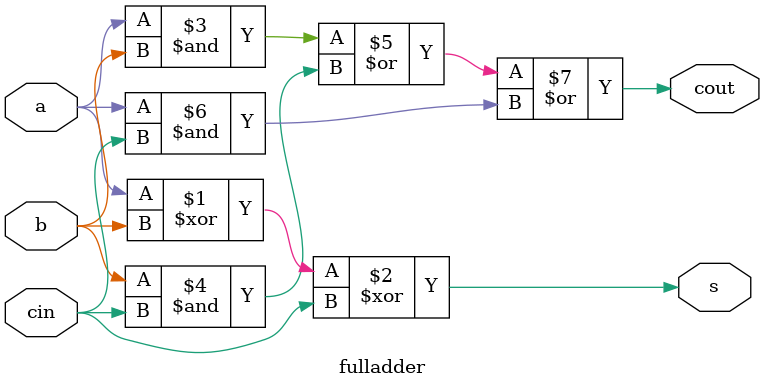
<source format=v>
`timescale 1ns / 1ps


/*module wallace(

    );
endmodule
*/

//`include "csa.v"
//`include "cla32.v"
//`include "ff.v"
module wallace(A,B,R,carry,clk);
input [31:0]A,B;
input clk;
wire [63:0]U[63:0];
wire [63:0]V[63:0];
output [63:0]R;
output carry;
wire [63:0]P[63:0];
wire [63:0]q[63:0];
wire [63:0]q1[63:0];
wire [63:0]p1[63:0];


assign P[0]=B[0]?{32'b000,A}:64'h0000;
assign P[1]=B[1]?{32'b000,A}<<1:64'h0000;
assign P[2]=B[2]?{32'b000,A}<<2:64'h0000;
assign P[3]=B[3]?{32'b000,A}<<3:64'h0000;
assign P[4]=B[4]?{32'b000,A}<<4:64'h0000;
assign P[5]=B[5]?{32'b000,A}<<5:64'h0000;
assign P[6]=B[6]?{32'b000,A}<<6:64'h0000;
assign P[7]=B[7]?{32'b000,A}<<7:64'h0000;

assign P[8]=B[8]?{32'b000,A}<<8:64'h0000;
assign P[9]=B[9]?{32'b000,A}<<9:64'h0000;
assign P[10]=B[10]?{32'b000,A}<<10:64'h0000;
assign P[11]=B[11]?{32'b000,A}<<11:64'h0000;
assign P[12]=B[12]?{32'b000,A}<<12:64'h0000;
assign P[13]=B[13]?{32'b000,A}<<13:64'h0000;
assign P[14]=B[14]?{32'b000,A}<<14:64'h0000;
assign P[15]=B[15]?{32'b000,A}<<15:64'h0000;

assign P[16]=B[16]?{32'b000,A}<<16:64'h0000;
assign P[17]=B[17]?{32'b000,A}<<17:64'h0000;
assign P[18]=B[18]?{32'b000,A}<<18:64'h0000;
assign P[19]=B[19]?{32'b000,A}<<19:64'h0000;
assign P[20]=B[20]?{32'b000,A}<<20:64'h0000;
assign P[21]=B[21]?{32'b000,A}<<21:64'h0000;
assign P[22]=B[22]?{32'b000,A}<<22:64'h0000;
assign P[23]=B[23]?{32'b000,A}<<23:64'h0000;

assign P[24]=B[24]?{32'b000,A}<<24:64'h0000;
assign P[25]=B[25]?{32'b000,A}<<25:64'h0000;
assign P[26]=B[26]?{32'b000,A}<<26:64'h0000;
assign P[27]=B[27]?{32'b000,A}<<27:64'h0000;
assign P[28]=B[28]?{32'b000,A}<<28:64'h0000;
assign P[29]=B[29]?{32'b000,A}<<29:64'h0000;
assign P[30]=B[30]?{32'b000,A}<<30:64'h0000;
assign P[31]=B[31]?{32'b000,A}<<31:64'h0000;

//1ssst
csaveadder c1(P[0],P[1],P[2],U[0],V[0]);
d_ff f0 ( U[0],V[0], clk, q[0],q1[0]);

csaveadder c2(P[3],P[4],P[5],U[1],V[1]);
d_ff f1 ( U[1],V[1], clk, q[1],q1[1]);

csaveadder c3(P[6],P[7],P[8],U[2],V[2]);
d_ff f2 ( U[2],V[2], clk, q[2],q1[2]);

csaveadder c4(P[9],P[10],P[11],U[3],V[3]);
d_ff f3 ( U[3],V[3], clk, q[3],q1[3]);

csaveadder c5(P[12],P[13],P[14],U[4],V[4]);
d_ff f4 ( U[4],V[4], clk, q[4],q1[4]);

csaveadder c6(P[15],P[16],P[17],U[5],V[5]);
d_ff f5 ( U[5],V[5], clk, q[5],q1[5]);

csaveadder c7(P[18],P[19],P[20],U[6],V[6]);
d_ff f6 ( U[6],V[6], clk, q[6],q1[6]);

csaveadder c8(P[21],P[22],P[23],U[7],V[7]);
d_ff f7 ( U[7],V[7], clk, q[7],q1[7]);

csaveadder c9(P[24],P[25],P[26],U[8],V[8]);
d_ff f8 ( U[8],V[8], clk, q[8],q1[8]);

csaveadder c10(P[27],P[28],P[29],U[9],V[9]);
d_ff f9 ( U[9],V[9], clk, q[9],q1[9]);

d_ff f10( P[30],P[31],clk,p1[1],p1[2]);
//

//2ndd
csaveadder c11(q[0],q1[0],q[1],U[10],V[10]);
d_ff f11 ( U[10],V[10], clk, q[10],q1[10]);
 
csaveadder c12(q1[1],q[2],q1[2],U[11],V[11]);
d_ff f12 ( U[11],V[11], clk, q[11],q1[11]);

csaveadder c13(q[3],q1[3],q[4],U[12],V[12]);
d_ff f13 ( U[12],V[12], clk, q[12],q1[12]);

csaveadder c14(q1[4],q[5],q1[5],U[13],V[13]);
d_ff f14 ( U[13],V[13], clk, q[13],q1[13]);

csaveadder c15(q[6],q1[6],q[7],U[14],V[14]);
d_ff f15 ( U[14],V[14], clk, q[14],q1[14]);

csaveadder c16(q1[7],q[8],q1[8],U[15],V[15]);
d_ff f16 ( U[15],V[15], clk, q[15],q1[15]);

csaveadder c17(q[9],q1[9],p1[1],U[16],V[16]);
d_ff f17 ( U[16],V[16], clk, q[16],q1[16]);

d_ff f18 ( p1[2],p1[2],clk,p1[3],p1[4]);//p1[3]=p1[4]
//


//3rdd
csaveadder c18(q[10],q1[10],q[11],U[17],V[17]);
d_ff f19 ( U[17],V[17], clk, q[17],q1[17]);

csaveadder c19(q1[11],q[12],q1[12],U[18],V[18]);
d_ff f20 ( U[18],V[18], clk, q[18],q1[18]);

csaveadder c20(q[13],q1[13],q[14],U[19],V[19]);
d_ff f21 ( U[19],V[19], clk, q[19],q1[19]);

csaveadder c21(q1[14],q[15],q1[15],U[20],V[20]);
d_ff f22 ( U[20],V[20], clk, q[20],q1[20]);

csaveadder c22(q[16],q1[16],p1[4],U[21],V[21]);//p1[3]=p[31]
d_ff f23 ( U[21],V[21], clk, q[21],q1[21]);

d_ff f24 ( V[21],V[21], clk, p1[5],p1[6]);
//


//4th
csaveadder c23(q[17],q1[17],q[18],U[22],V[22]);
d_ff f25 ( U[22],V[22], clk, q[22],q1[22]);

csaveadder c24(q1[18],q[19],q1[19],U[23],V[23]);
d_ff f26 ( U[23],V[23], clk, q[23],q1[23]);

csaveadder c25(q[20],q1[20],q[21],U[24],V[24]);
d_ff f27 ( U[24],V[24], clk, q[24],q1[24]);

d_ff f28 ( p1[5],p1[6], clk, p1[7],p1[8]);
//


//5thhh

csaveadder c26(q[22],q1[22],q[23],U[25],V[25]);
d_ff f29 ( U[25],V[25], clk, q[25],q1[25]);

csaveadder c27(q1[23],q[24],q1[24],U[26],V[26]);
d_ff f30 ( U[26],V[26], clk, q[26],q1[26]);

d_ff f31 ( p1[7],p1[8], clk, p1[9],p1[10]);
//


//6thh
csaveadder c28(q[25],q1[25],q[26],U[27],V[27]);
d_ff f32 ( U[27],V[27], clk, q[27],q1[27]);

d_ff f33 ( p1[9],p1[10], clk, p1[11],p1[12]);
//


//7thh
csaveadder c29(q1[26],q[27],q1[27],U[28],V[28]);
d_ff f34 ( U[28],V[28], clk, q[28],q1[28]);

d_ff f35 ( p1[11],p1[12], clk, p1[13],p1[14]);

//


//8thh
csaveadder c30(q[28],q1[28],p1[13],U[29],V[29]);
d_ff f36 ( U[29],V[29], clk, q[29],q1[29]);

//
//rca_64bit q0(q[29],q1[29],0,R,carry);
cla32 c000(carry,R,q[29],q1[29],0);
//cla32(cout,s,a,b,cin);
endmodule

//`include "fa.v"
module csaveadder(X,Y,Z,U,V);
input [63:0]X;
input [63:0]Y;
input [63:0]Z;
output [63:0]U;
output [63:0]V;
wire temp;

assign V[0]=0;

fulladder fa0(X[0],Y[0],Z[0],U[0],V[1]);
fulladder fa1(X[1],Y[1],Z[1],U[1],V[2]);
fulladder fa2(X[2],Y[2],Z[2],U[2],V[3]);
fulladder fa3(X[3],Y[3],Z[3],U[3],V[4]);
fulladder fa4(X[4],Y[4],Z[4],U[4],V[5]);
fulladder fa5(X[5],Y[5],Z[5],U[5],V[6]);
fulladder fa6(X[6],Y[6],Z[6],U[6],V[7]);
fulladder fa7(X[7],Y[7],Z[7],U[7],V[8]);
fulladder fa8(X[8],Y[8],Z[8],U[8],V[9]);
fulladder fa9(X[9],Y[9],Z[9],U[9],V[10]);
fulladder fa10(X[10],Y[10],Z[10],U[10],V[11]);
fulladder fa11(X[11],Y[11],Z[11],U[11],V[12]);
fulladder fa12(X[12],Y[12],Z[12],U[12],V[13]);
fulladder fa13(X[13],Y[13],Z[13],U[13],V[14]);
fulladder fa14(X[14],Y[14],Z[14],U[14],V[15]);
fulladder fa15(X[15],Y[15],Z[15],U[15],V[16]);
fulladder fa16(X[16],Y[16],Z[16],U[16],V[17]);
fulladder fa17(X[17],Y[17],Z[17],U[17],V[18]);
fulladder fa18(X[18],Y[18],Z[18],U[18],V[19]);
fulladder fa19(X[19],Y[19],Z[19],U[19],V[20]);
fulladder fa20(X[20],Y[20],Z[20],U[20],V[21]);
fulladder fa21(X[21],Y[21],Z[21],U[21],V[22]);
fulladder fa22(X[22],Y[22],Z[22],U[22],V[23]);
fulladder fa23(X[23],Y[23],Z[23],U[23],V[24]);
fulladder fa24(X[24],Y[24],Z[24],U[24],V[25]);
fulladder fa25(X[25],Y[25],Z[25],U[25],V[26]);
fulladder fa26(X[26],Y[26],Z[26],U[26],V[27]);
fulladder fa27(X[27],Y[27],Z[27],U[27],V[28]);
fulladder fa28(X[28],Y[28],Z[28],U[28],V[29]);
fulladder fa29(X[29],Y[29],Z[29],U[29],V[30]);
fulladder fa30(X[30],Y[30],Z[30],U[30],V[31]);
fulladder fa31(X[31],Y[31],Z[31],U[31],V[32]);
fulladder fa32(X[32],Y[32],Z[32],U[32],V[33]);
fulladder fa33(X[33],Y[33],Z[33],U[33],V[34]);
fulladder fa34(X[34],Y[34],Z[34],U[34],V[35]);
fulladder fa35(X[35],Y[35],Z[35],U[35],V[36]);
fulladder fa36(X[36],Y[36],Z[36],U[36],V[37]);
fulladder fa37(X[37],Y[37],Z[37],U[37],V[38]);
fulladder fa38(X[38],Y[38],Z[38],U[38],V[39]);
fulladder fa39(X[39],Y[39],Z[39],U[39],V[40]);
fulladder fa40(X[40],Y[40],Z[40],U[40],V[41]);
fulladder fa41(X[41],Y[41],Z[41],U[41],V[42]);
fulladder fa42(X[42],Y[42],Z[42],U[42],V[43]);
fulladder fa43(X[43],Y[43],Z[43],U[43],V[44]);
fulladder fa44(X[44],Y[44],Z[44],U[44],V[45]);
fulladder fa45(X[45],Y[45],Z[45],U[45],V[46]);
fulladder fa46(X[46],Y[46],Z[46],U[46],V[47]);
fulladder fa47(X[47],Y[47],Z[47],U[47],V[48]);
fulladder fa48(X[48],Y[48],Z[48],U[48],V[49]);
fulladder fa49(X[49],Y[49],Z[49],U[49],V[50]);
fulladder fa50(X[50],Y[50],Z[50],U[50],V[51]);
fulladder fa51(X[51],Y[51],Z[51],U[51],V[52]);
fulladder fa52(X[52],Y[52],Z[52],U[52],V[53]);
fulladder fa53(X[53],Y[53],Z[53],U[53],V[54]);
fulladder fa54(X[54],Y[54],Z[54],U[54],V[55]);
fulladder fa55(X[55],Y[55],Z[55],U[55],V[56]);
fulladder fa56(X[56],Y[56],Z[56],U[56],V[57]);
fulladder fa57(X[57],Y[57],Z[57],U[57],V[58]);
fulladder fa58(X[58],Y[58],Z[58],U[58],V[59]);
fulladder fa59(X[59],Y[59],Z[59],U[59],V[60]);
fulladder fa60(X[60],Y[60],Z[60],U[60],V[61]);
fulladder fa61(X[61],Y[61],Z[61],U[61],V[62]);
fulladder fa62(X[62],Y[62],Z[62],U[62],V[63]);
fulladder fa63(X[63],Y[63],Z[63],U[63],temp);

endmodule


module cla32(cout,s,a,b,cin);
output [63:0]s;
output cout;
input [63:0]a,b;
//input clk;
input cin;
wire [63:0]g,p,c,s;
//wire cin1,cout;
//wire [31:0]q,b,c,q3;

assign g=a&b;
assign p=a^b;

//d_ff faa(a[0],b[0],cin,clk,q[0],b[0],cin1);
assign c[0]=g[0]|(p[0]&cin);
//d_ff f0(a[0],b[0],c[0],clk,q[0],b[0],c[0]);


assign c[1]=g[1]|(p[1]&(g[0]|(p[0]&cin)));
//d_ff f1(a[1],b[1],c[1],clk,q[1],b[1],c[1]);

assign c[2]=g[2]|(p[2]&(g[1]|(p[1]&(g[0]|(p[0]&cin)))));
//d_ff f2(a[2],b[2],c[2],clk,q[2],b[2],c[2]);

assign c[3]=g[3]|(p[3]&(g[2]|(p[2]&(g[1]|(p[1]&(g[0]|(p[0]&cin)))))));
//d_ff f3(a[3],b[3],c[3],clk,q[3],b[3],c[3]);

assign c[4]=g[4]|(p[4]&(g[3]|(p[3]&(g[2]|(p[2]&(g[1]|(p[1]&(g[0]|(p[0]&cin)))))))));
//d_ff f4(a[4],b[4],c[4],clk,q[4],b[4],c[4]);

assign c[5]=g[5]|(p[5]&(g[4]|(p[4]&(g[3]|(p[3]&(g[2]|(p[2]&(g[1]|(p[1]&(g[0]|(p[0]&cin)))))))))));
//d_ff f5(a[5],b[5],c[5],clk,q[5],b[5],c[5]);

assign c[6]=g[6]|(p[6]&(g[5]|(p[5]&(g[4]|(p[4]&(g[3]|(p[3]&(g[2]|(p[2]&(g[1]|(p[1]&(g[0]|(p[0]&cin)))))))))))));
//d_ff f6(a[6],b[6],c[6],clk,q[6],b[6],c[6]);

assign c[7]=g[7]|(p[7]&(g[6]|(p[6]&(g[5]|(p[5]&(g[4]|(p[4]&(g[3]|(p[3]&(g[2]|(p[2]&(g[1]|(p[1]&(g[0]|(p[0]&cin)))))))))))))));
//d_ff f7(a[7],b[7],c[7],clk,q[7],b[7],c[7]);

assign c[8]=g[8]|(p[8]&(g[7]|(p[7]&(g[6]|(p[6]&(g[5]|(p[5]&(g[4]|(p[4]&(g[3]|(p[3]&(g[2]|(p[2]&(g[1]|(p[1]&(g[0]|(p[0]&cin)))))))))))))))));
//d_ff f8(a[8],b[8],c[8],clk,q[8],b[8],c[8]);

assign c[9]=g[9]|(p[9]&(g[8]|(p[8]&(g[7]|(p[7]&(g[6]|(p[6]&(g[5]|(p[5]&(g[4]|(p[4]&(g[3]|(p[3]&(g[2]|(p[2]&(g[1]|(p[1]&(g[0]|(p[0]&cin)))))))))))))))))));
//d_ff f9(a[9],b[9],c[9],clk,q[9],b[9],c[9]);

assign c[10]=g[10]|(p[10]&(g[9]|(p[9]&(g[8]|(p[8]&(g[7]|(p[7]&(g[6]|(p[6]&(g[5]|(p[5]&(g[4]|(p[4]&(g[3]|(p[3]&(g[2]|(p[2]&(g[1]|(p[1]&(g[0]|(p[0]&cin)))))))))))))))))))));
//d_ff f10(a[10],b[10],c[10],clk,q[10],b[10],c[10]);

assign c[11]=g[11]|(p[11]&(g[10]|(p[10]&(g[9]|(p[9]&(g[8]|(p[8]&(g[7]|(p[7]&(g[6]|(p[6]&(g[5]|(p[5]&(g[4]|(p[4]&(g[3]|(p[3]&(g[2]|(p[2]&(g[1]|(p[1]&(g[0]|(p[0]&cin)))))))))))))))))))))));
//d_ff f11(a[11],b[11],c[11],clk,q[11],b[11],c[11]);

assign c[12]=g[12]|(p[12]&(g[11]|(p[11]&(g[10]|(p[10]&(g[9]|(p[9]&(g[8]|(p[8]&(g[7]|(p[7]&(g[6]|(p[6]&(g[5]|(p[5]&(g[4]|(p[4]&(g[3]|(p[3]&(g[2]|(p[2]&(g[1]|(p[1]&(g[0]|(p[0]&cin)))))))))))))))))))))))));
//d_ff f12(a[12],b[12],c[12],clk,q[12],b[12],c[12]);

assign c[13]=g[13]|(p[13]&(g[12]|(p[12]&(g[11]|(p[11]&(g[10]|(p[10]&(g[9]|(p[9]&(g[8]|(p[8]&(g[7]|(p[7]&(g[6]|(p[6]&(g[5]|(p[5]&(g[4]|(p[4]&(g[3]|(p[3]&(g[2]|(p[2]&(g[1]|(p[1]&(g[0]|(p[0]&cin)))))))))))))))))))))))))));
//d_ff f13(a[13],b[13],c[13],clk,q[13],b[13],c[13]);

assign c[14]=g[14]|(p[14]&(g[13]|(p[13]&(g[12]|(p[12]&(g[11]|(p[11]&(g[10]|(p[10]&(g[9]|(p[9]&(g[8]|(p[8]&(g[7]|(p[7]&(g[6]|(p[6]&(g[5]|(p[5]&(g[4]|(p[4]&(g[3]|(p[3]&(g[2]|(p[2]&(g[1]|(p[1]&(g[0]|(p[0]&cin)))))))))))))))))))))))))))));
//d_ff f14(a[14],b[14],c[14],clk,q[14],b[14],c[14]);

assign c[15]=g[15]|(p[15]&(g[14]|(p[14]&(g[13]|(p[13]&(g[12]|(p[12]&(g[11]|(p[11]&(g[10]|(p[10]&(g[9]|(p[9]&(g[8]|(p[8]&(g[7]|(p[7]&(g[6]|(p[6]&(g[5]|(p[5]&(g[4]|(p[4]&(g[3]|(p[3]&(g[2]|(p[2]&(g[1]|(p[1]&(g[0]|(p[0]&cin)))))))))))))))))))))))))))))));
//d_ff f15(a[15],b[15],c[15],clk,q[15],b[15],c[15]);

assign c[16]=g[16]|(p[16]&(g[15]|(p[15]&(g[14]|(p[14]&(g[13]|(p[13]&(g[12]|(p[12]&(g[11]|(p[11]&(g[10]|(p[10]&(g[9]|(p[9]&(g[8]|(p[8]&(g[7]|(p[7]&(g[6]|(p[6]&(g[5]|(p[5]&(g[4]|(p[4]&(g[3]|(p[3]&(g[2]|(p[2]&(g[1]|(p[1]&(g[0]|(p[0]&cin)))))))))))))))))))))))))))))))));
//d_ff f16(a[16],b[16],c[16],clk,q[16],b[16],c[16]);

assign c[17]=g[17]|(p[17]&(g[16]|(p[16]&(g[15]|(p[15]&(g[14]|(p[14]&(g[13]|(p[13]&(g[12]|(p[12]&(g[11]|(p[11]&(g[10]|(p[10]&(g[9]|(p[9]&(g[8]|(p[8]&(g[7]|(p[7]&(g[6]|(p[6]&(g[5]|(p[5]&(g[4]|(p[4]&(g[3]|(p[3]&(g[2]|(p[2]&(g[1]|(p[1]&(g[0]|(p[0]&cin)))))))))))))))))))))))))))))))))));
//d_ff f17(a[17],b[17],c[17],clk,q[17],b[17],c[17]);

assign c[18]=g[18]|(p[18]&(g[17]|(p[17]&(g[16]|(p[16]&(g[15]|(p[15]&(g[14]|(p[14]&(g[13]|(p[13]&(g[12]|(p[12]&(g[11]|(p[11]&(g[10]|(p[10]&(g[9]|(p[9]&(g[8]|(p[8]&(g[7]|(p[7]&(g[6]|(p[6]&(g[5]|(p[5]&(g[4]|(p[4]&(g[3]|(p[3]&(g[2]|(p[2]&(g[1]|(p[1]&(g[0]|(p[0]&cin)))))))))))))))))))))))))))))))))))));
//d_ff f18(a[18],b[18],c[18],clk,q[18],b[18],c[18]);

assign c[19]=g[19]|(p[19]&g[18]|(p[18]&(g[17]|(p[17]&(g[16]|(p[16]&(g[15]|(p[15]&(g[14]|(p[14]&(g[13]|(p[13]&(g[12]|(p[12]&(g[11]|(p[11]&(g[10]|(p[10]&(g[9]|(p[9]&(g[8]|(p[8]&(g[7]|(p[7]&(g[6]|(p[6]&(g[5]|(p[5]&(g[4]|(p[4]&(g[3]|(p[3]&(g[2]|(p[2]&(g[1]|(p[1]&(g[0]|(p[0]&cin))))))))))))))))))))))))))))))))))))));
//d_ff f19(a[19],b[19],c[19],clk,q[19],b[19],c[19]);

assign c[20]=g[20]|(g[20]&(g[19]|(p[19]&g[18]|(p[18]&(g[17]|(p[17]&(g[16]|(p[16]&(g[15]|(p[15]&(g[14]|(p[14]&(g[13]|(p[13]&(g[12]|(p[12]&(g[11]|(p[11]&(g[10]|(p[10]&(g[9]|(p[9]&(g[8]|(p[8]&(g[7]|(p[7]&(g[6]|(p[6]&(g[5]|(p[5]&(g[4]|(p[4]&(g[3]|(p[3]&(g[2]|(p[2]&(g[1]|(p[1]&(g[0]|(p[0]&cin))))))))))))))))))))))))))))))))))))))));
//d_ff f20(a[20],b[20],c[20],clk,q[20],b[20],c[20]);

assign c[21]=g[21]|(p[21]&(g[20]|(g[20]&(g[19]|(p[19]&g[18]|(p[18]&(g[17]|(p[17]&(g[16]|(p[16]&(g[15]|(p[15]&(g[14]|(p[14]&(g[13]|(p[13]&(g[12]|(p[12]&(g[11]|(p[11]&(g[10]|(p[10]&(g[9]|(p[9]&(g[8]|(p[8]&(g[7]|(p[7]&(g[6]|(p[6]&(g[5]|(p[5]&(g[4]|(p[4]&(g[3]|(p[3]&(g[2]|(p[2]&(g[1]|(p[1]&(g[0]|(p[0]&cin))))))))))))))))))))))))))))))))))))))))));
//d_ff f21(a[21],b[21],c[21],clk,q[21],b[21],c[21]);

assign c[22]=g[22]|(p[22]&(g[21]|(p[21]&(g[20]|(g[20]&(g[19]|(p[19]&g[18]|(p[18]&(g[17]|(p[17]&(g[16]|(p[16]&(g[15]|(p[15]&(g[14]|(p[14]&(g[13]|(p[13]&(g[12]|(p[12]&(g[11]|(p[11]&(g[10]|(p[10]&(g[9]|(p[9]&(g[8]|(p[8]&(g[7]|(p[7]&(g[6]|(p[6]&(g[5]|(p[5]&(g[4]|(p[4]&(g[3]|(p[3]&(g[2]|(p[2]&(g[1]|(p[1]&(g[0]|(p[0]&cin))))))))))))))))))))))))))))))))))))))))))));
//d_ff f22(a[22],b[22],c[22],clk,q[22],b[22],c[22]);

assign c[23]=g[23]|(p[23]&(g[22]|(p[22]&(g[21]|(p[21]&(g[20]|(g[20]&(g[19]|(p[19]&g[18]|(p[18]&(g[17]|(p[17]&(g[16]|(p[16]&(g[15]|(p[15]&(g[14]|(p[14]&(g[13]|(p[13]&(g[12]|(p[12]&(g[11]|(p[11]&(g[10]|(p[10]&(g[9]|(p[9]&(g[8]|(p[8]&(g[7]|(p[7]&(g[6]|(p[6]&(g[5]|(p[5]&(g[4]|(p[4]&(g[3]|(p[3]&(g[2]|(p[2]&(g[1]|(p[1]&(g[0]|(p[0]&cin))))))))))))))))))))))))))))))))))))))))))))));
//d_ff f23(a[23],b[23],c[23],clk,q[23],b[23],c[23]);

assign c[24]=g[24]|(p[24]&(g[23]|(p[23]&(g[22]|(p[22]&(g[21]|(p[21]&(g[20]|(g[20]&(g[19]|(p[19]&g[18]|(p[18]&(g[17]|(p[17]&(g[16]|(p[16]&(g[15]|(p[15]&(g[14]|(p[14]&(g[13]|(p[13]&(g[12]|(p[12]&(g[11]|(p[11]&(g[10]|(p[10]&(g[9]|(p[9]&(g[8]|(p[8]&(g[7]|(p[7]&(g[6]|(p[6]&(g[5]|(p[5]&(g[4]|(p[4]&(g[3]|(p[3]&(g[2]|(p[2]&(g[1]|(p[1]&(g[0]|(p[0]&cin))))))))))))))))))))))))))))))))))))))))))))))));
//d_ff f24(a[24],b[24],c[24],clk,q[24],b[24],c[24]);

assign c[25]=g[25]|(p[25]&(g[24]|(p[24]&(g[23]|(p[23]&(g[22]|(p[22]&(g[21]|(p[21]&(g[20]|(g[20]&(g[19]|(p[19]&g[18]|(p[18]&(g[17]|(p[17]&(g[16]|(p[16]&(g[15]|(p[15]&(g[14]|(p[14]&(g[13]|(p[13]&(g[12]|(p[12]&(g[11]|(p[11]&(g[10]|(p[10]&(g[9]|(p[9]&(g[8]|(p[8]&(g[7]|(p[7]&(g[6]|(p[6]&(g[5]|(p[5]&(g[4]|(p[4]&(g[3]|(p[3]&(g[2]|(p[2]&(g[1]|(p[1]&(g[0]|(p[0]&cin))))))))))))))))))))))))))))))))))))))))))))))))));
//d_ff f25(a[25],b[25],c[25],clk,q[25],b[25],c[25]);

assign c[26]=g[26]|(p[26]&(g[25]|(p[25]&(g[24]|(p[24]&(g[23]|(p[23]&(g[22]|(p[22]&(g[21]|(p[21]&(g[20]|(g[20]&(g[19]|(p[19]&g[18]|(p[18]&(g[17]|(p[17]&(g[16]|(p[16]&(g[15]|(p[15]&(g[14]|(p[14]&(g[13]|(p[13]&(g[12]|(p[12]&(g[11]|(p[11]&(g[10]|(p[10]&(g[9]|(p[9]&(g[8]|(p[8]&(g[7]|(p[7]&(g[6]|(p[6]&(g[5]|(p[5]&(g[4]|(p[4]&(g[3]|(p[3]&(g[2]|(p[2]&(g[1]|(p[1]&(g[0]|(p
[0]&cin))))))))))))))))))))))))))))))))))))))))))))))))))));
//d_ff f26(a[26],b[26],c[26],clk,q[26],b[26],c[26]);

assign c[27]=g[27]|(p[27]&(g[26]|(p[26]&(g[25]|(p[25]&(g[24]|(p[24]&(g[23]|(p[23]&(g[22]|(p[22]&(g[21]|(p[21]&(g[20]|(g[20]&(g[19]|(p[19]&g[18]|(p[18]&(g[17]|(p[17]&(g[16]|(p[16]&(g[15]|(p[15]&(g[14]|(p[14]&(g[13]|(p[13]&(g[12]|(p[12]&(g[11]|(p[11]&(g[10]|(p[10]&(g[9]|(p[9]&(g[8]|(p[8]&(g[7]|(p[7]&(g[6]|(p[6]&(g[5]|(p[5]&(g[4]|(p[4]&(g[3]|(p[3]&(g[2]|(p[2]&(g[1]|(p[1]&(g[0]|(p[0]&cin))))))))))))))))))))))))))))))))))))))))))))))))))))));
//d_ff f27(a[27],b[27],c[27],clk,q[27],b[27],c[27]);

assign c[28]=g[28]|(p[28]&(g[27]|(p[27]&(g[26]|(p[26]&(g[25]|(p[25]&(g[24]|(p[24]&(g[23]|(p[23]&(g[22]|(p[22]&(g[21]|(p[21]&(g[20]|(g[20]&(g[19]|(p[19]&g[18]|(p[18]&(g[17]|(p[17]&(g[16]|(p[16]&(g[15]|(p[15]&(g[14]|(p[14]&(g[13]|(p[13]&(g[12]|(p[12]&(g[11]|(p[11]&(g[10]|(p[10]&(g[9]|(p[9]&(g[8]|(p[8]&(g[7]|(p[7]&(g[6]|(p[6]&(g[5]|(p[5]&(g[4]|(p[4]&(g[3]|(p[3]&(g[2]|(p[2]&(g[1]|(p[1]&(g[0]|(p[0]&cin))))))))))))))))))))))))))))))))))))))))))))))))))))))));
//d_ff f28(a[28],b[28],c[28],clk,q[28],b[28],c[28]);

assign c[29]=g[29]|(p[29]&(g[28]|(p[28]&(g[27]|(p[27]&(g[26]|(p[26]&(g[25]|(p[25]&(g[24]|(p[24]&(g[23]|(p[23]&(g[22]|(p[22]&(g[21]|(p[21]&(g[20]|(g[20]&(g[19]|(p[19]&g[18]|(p[18]&(g[17]|(p[17]&(g[16]|(p[16]&(g[15]|(p[15]&(g[14]|(p[14]&(g[13]|(p[13]&(g[12]|(p[12]&(g[11]|(p[11]&(g[10]|(p[10]&(g[9]|(p[9]&(g[8]|(p[8]&(g[7]|(p[7]&(g[6]|(p[6]&(g[5]|(p[5]&(g[4]|(p[4]&(g[3]|(p[3]&(g[2]|(p[2]&(g[1]|(p[1]&(g[0]|(p[0]&cin))))))))))))))))))))))))))))))))))))))))))))))))))))))))));
//d_ff f29(a[29],b[29],c[29],clk,q[29],b[29],c[29]);

assign c[30]=g[30]|(p[30]&(g[29]|(p[29]&(g[28]|(p[28]&(g[27]|(p[27]&(g[26]|(p[26]&(g[25]|(p[25]&(g[24]|(p[24]&(g[23]|(p[23]&(g[22]|(p[22]&(g[21]|(p[21]&(g[20]|(g[20]&(g[19]|(p[19]&g[18]|(p[18]&(g[17]|(p[17]&(g[16]|(p[16]&(g[15]|(p[15]&(g[14]|(p[14]&(g[13]|(p[13]&(g[12]|(p[12]&(g[11]|(p[11]&(g[10]|(p[10]&(g[9]|(p[9]&(g[8]|(p[8]&(g[7]|(p[7]&(g[6]|(p[6]&(g[5]|(p[5]&(g[4]|(p[4]&(g[3]|(p[3]&(g[2]|(p[2]&(g[1]|(p[1]&(g[0]|(p[0]&cin))))))))))))))))))))))))))))))))))))))))))))))))))))))))))));
//d_ff f30(a[30],b[30],c[30],clk,q[30],b[30],c[30]);

assign c[31]=g[31]|(p[31]&(g[30]|(p[30]&(g[29]|(p[29]&(g[28]|(p[28]&(g[27]|(p[27]&(g[26]|(p[26]&(g[25]|(p[25]&(g[24]|(p[24]&(g[23]|(p[23]&(g[22]|(p[22]&(g[21]|(p[21]&(g[20]|(g[20]&(g[19]|(p[19]&g[18]|(p[18]&(g[17]|(p[17]&(g[16]|(p[16]&(g[15]|(p[15]&(g[14]|(p[14]&(g[13]|(p[13]&(g[12]|(p[12]&(g[11]|(p[11]&(g[10]|(p[10]&(g[9]|(p[9]&(g[8]|(p[8]&(g[7]|(p[7]&(g[6]|(p[6]&(g[5]|(p[5]&(g[4]|(p[4]&(g[3]|(p[3]&(g[2]|(p[2]&(g[1]|(p[1]&(g[0]|(p[0]&cin))))))))))))))))))))))))))))))))))))))))))))))))))))))))))))));
//d_ff f31(a[31],b[31],c[31],clk,q[31],b[31],c[31]);

assign c[32]=g[32]|(p[32]&(g[31]|(p[31]&(g[30]|(p[30]&(g[29]|(p[29]&(g[28]|(p[28]&(g[27]|(p[27]&(g[26]|(p[26]&(g[25]|(p[25]&(g[24]|(p[24]&(g[23]|(p[23]&(g[22]|(p[22]&(g[21]|(p[21]&(g[20]|(g[20]&(g[19]|(p[19]&g[18]|(p[18]&(g[17]|(p[17]&(g[16]|(p[16]&(g[15]|(p[15]&(g[14]|(p[14]&(g[13]|(p[13]&(g[12]|(p[12]&(g[11]|(p[11]&(g[10]|(p[10]&(g[9]|(p[9]&(g[8]|(p[8]&(g[7]|(p[7]&(g[6]|(p[6]&(g[5]|(p[5]&(g[4]|(p[4]&(g[3]|(p[3]&(g[2]|(p[2]&(g[1]|(p[1]&(g[0]|(p[0]&cin))))))))))))))))))))))))))))))))))))))))))))))))))))))))))))))));

assign c[33]=g[33]|(p[33]&(g[32]|(p[32]&(g[31]|(p[31]&(g[30]|(p[30]&(g[29]|(p[29]&(g[28]|(p[28]&(g[27]|(p[27]&(g[26]|(p[26]&(g[25]|(p[25]&(g[24]|(p[24]&(g[23]|(p[23]&(g[22]|(p[22]&(g[21]|(p[21]&(g[20]|(g[20]&(g[19]|(p[19]&g[18]|(p[18]&(g[17]|(p[17]&(g[16]|(p[16]&(g[15]|(p[15]&(g[14]|(p[14]&(g[13]|(p[13]&(g[12]|(p[12]&(g[11]|(p[11]&(g[10]|(p[10]&(g[9]|(p[9]&(g[8]|(p[8]&(g[7]|(p[7]&(g[6]|(p[6]&(g[5]|(p[5]&(g[4]|(p[4]&(g[3]|(p[3]&(g[2]|(p[2]&(g[1]|(p[1]&(g[0]|(p[0]&cin))))))))))))))))))))))))))))))))))))))))))))))))))))))))))))))))));

assign c[34]=g[34]|(p[34]&(g[33]|(p[33]&(g[32]|(p[32]&(g[31]|(p[31]&(g[30]|(p[30]&(g[29]|(p[29]&(g[28]|(p[28]&(g[27]|(p[27]&(g[26]|(p[26]&(g[25]|(p[25]&(g[24]|(p[24]&(g[23]|(p[23]&(g[22]|(p[22]&(g[21]|(p[21]&(g[20]|(g[20]&(g[19]|(p[19]&g[18]|(p[18]&(g[17]|(p[17]&(g[16]|(p[16]&(g[15]|(p[15]&(g[14]|(p[14]&(g[13]|(p[13]&(g[12]|(p[12]&(g[11]|(p[11]&(g[10]|(p[10]&(g[9]|(p[9]&(g[8]|(p[8]&(g[7]|(p[7]&(g[6]|(p[6]&(g[5]|(p[5]&(g[4]|(p[4]&(g[3]|(p[3]&(g[2]|(p[2]&(g[1]|(p[1]&(g[0]|(p[0]&cin))))))))))))))))))))))))))))))))))))))))))))))))))))))))))))))))))));

assign c[35]=g[35]|(p[35]&(g[34]|(p[34]&(g[33]|(p[33]&(g[32]|(p[32]&(g[31]|(p[31]&(g[30]|(p[30]&(g[29]|(p[29]&(g[28]|(p[28]&(g[27]|(p[27]&(g[26]|(p[26]&(g[25]|(p[25]&(g[24]|(p[24]&(g[23]|(p[23]&(g[22]|(p[22]&(g[21]|(p[21]&(g[20]|(g[20]&(g[19]|(p[19]&g[18]|(p[18]&(g[17]|(p[17]&(g[16]|(p[16]&(g[15]|(p[15]&(g[14]|(p[14]&(g[13]|(p[13]&(g[12]|(p[12]&(g[11]|(p[11]&(g[10]|(p[10]&(g[9]|(p[9]&(g[8]|(p[8]&(g[7]|(p[7]&(g[6]|(p[6]&(g[5]|(p[5]&(g[4]|(p[4]&(g[3]|(p[3]&(g[2]|(p[2]&(g[1]|(p[1]&(g[0]|(p[0]&cin))))))))))))))))))))))))))))))))))))))))))))))))))))))))))))))))))))));

assign c[36]=g[36]|(p[36]&(g[35]|(p[35]&(g[34]|(p[34]&(g[33]|(p[33]&(g[32]|(p[32]&(g[31]|(p[31]&(g[30]|(p[30]&(g[29]|(p[29]&(g[28]|(p[28]&(g[27]|(p[27]&(g[26]|(p[26]&(g[25]|(p[25]&(g[24]|(p[24]&(g[23]|(p[23]&(g[22]|(p[22]&(g[21]|(p[21]&(g[20]|(g[20]&(g[19]|(p[19]&g[18]|(p[18]&(g[17]|(p[17]&(g[16]|(p[16]&(g[15]|(p[15]&(g[14]|(p[14]&(g[13]|(p[13]&(g[12]|(p[12]&(g[11]|(p[11]&(g[10]|(p[10]&(g[9]|(p[9]&(g[8]|(p[8]&(g[7]|(p[7]&(g[6]|(p[6]&(g[5]|(p[5]&(g[4]|(p[4]&(g[3]|(p[3]&(g[2]|(p[2]&(g[1]|(p[1]&(g[0]|(p[0]&cin))))))))))))))))))))))))))))))))))))))))))))))))))))))))))))))))))))))));

assign c[37]=g[37]|(p[37]&(g[36]|(p[36]&(g[35]|(p[35]&(g[34]|(p[34]&(g[33]|(p[33]&(g[32]|(p[32]&(g[31]|(p[31]&(g[30]|(p[30]&(g[29]|(p[29]&(g[28]|(p[28]&(g[27]|(p[27]&(g[26]|(p[26]&(g[25]|(p[25]&(g[24]|(p[24]&(g[23]|(p[23]&(g[22]|(p[22]&(g[21]|(p[21]&(g[20]|(g[20]&(g[19]|(p[19]&g[18]|(p[18]&(g[17]|(p[17]&(g[16]|(p[16]&(g[15]|(p[15]&(g[14]|(p[14]&(g[13]|(p[13]&(g[12]|(p[12]&(g[11]|(p[11]&(g[10]|(p[10]&(g[9]|(p[9]&(g[8]|(p[8]&(g[7]|(p[7]&(g[6]|(p[6]&(g[5]|(p[5]&(g[4]|(p[4]&(g[3]|(p[3]&(g[2]|(p[2]&(g[1]|(p[1]&(g[0]|(p[0]&cin))))))))))))))))))))))))))))))))))))))))))))))))))))))))))))))))))))))))));

assign c[38]=g[38]|(p[38]&(g[37]|(p[37]&(g[36]|(p[36]&(g[35]|(p[35]&(g[34]|(p[34]&(g[33]|(p[33]&(g[32]|(p[32]&(g[31]|(p[31]&(g[30]|(p[30]&(g[29]|(p[29]&(g[28]|(p[28]&(g[27]|(p[27]&(g[26]|(p[26]&(g[25]|(p[25]&(g[24]|(p[24]&(g[23]|(p[23]&(g[22]|(p[22]&(g[21]|(p[21]&(g[20]|(g[20]&(g[19]|(p[19]&g[18]|(p[18]&(g[17]|(p[17]&(g[16]|(p[16]&(g[15]|(p[15]&(g[14]|(p[14]&(g[13]|(p[13]&(g[12]|(p[12]&(g[11]|(p[11]&(g[10]|(p[10]&(g[9]|(p[9]&(g[8]|(p[8]&(g[7]|(p[7]&(g[6]|(p[6]&(g[5]|(p[5]&(g[4]|(p[4]&(g[3]|(p[3]&(g[2]|(p[2]&(g[1]|(p[1]&(g[0]|(p[0]&cin))))))))))))))))))))))))))))))))))))))))))))))))))))))))))))))))))))))))))));

assign c[39]=g[39]|(p[39]&(g[38]|(p[38]&(g[37]|(p[37]&(g[36]|(p[36]&(g[35]|(p[35]&(g[34]|(p[34]&(g[33]|(p[33]&(g[32]|(p[32]&(g[31]|(p[31]&(g[30]|(p[30]&(g[29]|(p[29]&(g[28]|(p[28]&(g[27]|(p[27]&(g[26]|(p[26]&(g[25]|(p[25]&(g[24]|(p[24]&(g[23]|(p[23]&(g[22]|(p[22]&(g[21]|(p[21]&(g[20]|(g[20]&(g[19]|(p[19]&g[18]|(p[18]&(g[17]|(p[17]&(g[16]|(p[16]&(g[15]|(p[15]&(g[14]|(p[14]&(g[13]|(p[13]&(g[12]|(p[12]&(g[11]|(p[11]&(g[10]|(p[10]&(g[9]|(p[9]&(g[8]|(p[8]&(g[7]|(p[7]&(g[6]|(p[6]&(g[5]|(p[5]&(g[4]|(p[4]&(g[3]|(p[3]&(g[2]|(p[2]&(g[1]|(p[1]&(g[0]|(p[0]&cin))))))))))))))))))))))))))))))))))))))))))))))))))))))))))))))))))))))))))))));

assign c[40]=g[40]|(p[40]&(g[39]|(p[39]&(g[38]|(p[38]&(g[37]|(p[37]&(g[36]|(p[36]&(g[35]|(p[35]&(g[34]|(p[34]&(g[33]|(p[33]&(g[32]|(p[32]&(g[31]|(p[31]&(g[30]|(p[30]&(g[29]|(p[29]&(g[28]|(p[28]&(g[27]|(p[27]&(g[26]|(p[26]&(g[25]|(p[25]&(g[24]|(p[24]&(g[23]|(p[23]&(g[22]|(p[22]&(g[21]|(p[21]&(g[20]|(g[20]&(g[19]|(p[19]&g[18]|(p[18]&(g[17]|(p[17]&(g[16]|(p[16]&(g[15]|(p[15]&(g[14]|(p[14]&(g[13]|(p[13]&(g[12]|(p[12]&(g[11]|(p[11]&(g[10]|(p[10]&(g[9]|(p[9]&(g[8]|(p[8]&(g[7]|(p[7]&(g[6]|(p[6]&(g[5]|(p[5]&(g[4]|(p[4]&(g[3]|(p[3]&(g[2]|(p[2]&(g[1]|(p[1]&(g[0]|(p[0]&cin))))))))))))))))))))))))))))))))))))))))))))))))))))))))))))))))))))))))))))))));

assign c[41]=g[41]|(p[41]&(g[40]|(p[40]&(g[39]|(p[39]&(g[38]|(p[38]&(g[37]|(p[37]&(g[36]|(p[36]&(g[35]|(p[35]&(g[34]|(p[34]&(g[33]|(p[33]&(g[32]|(p[32]&(g[31]|(p[31]&(g[30]|(p[30]&(g[29]|(p[29]&(g[28]|(p[28]&(g[27]|(p[27]&(g[26]|(p[26]&(g[25]|(p[25]&(g[24]|(p[24]&(g[23]|(p[23]&(g[22]|(p[22]&(g[21]|(p[21]&(g[20]|(g[20]&(g[19]|(p[19]&g[18]|(p[18]&(g[17]|(p[17]&(g[16]|(p[16]&(g[15]|(p[15]&(g[14]|(p[14]&(g[13]|(p[13]&(g[12]|(p[12]&(g[11]|(p[11]&(g[10]|(p[10]&(g[9]|(p[9]&(g[8]|(p[8]&(g[7]|(p[7]&(g[6]|(p[6]&(g[5]|(p[5]&(g[4]|(p[4]&(g[3]|(p[3]&(g[2]|(p[2]&(g[1]|(p[1]&(g[0]|(p[0]&cin))))))))))))))))))))))))))))))))))))))))))))))))))))))))))))))))))))))))))))))))));

assign c[42]=g[42]|(p[42]&(g[41]|(p[41]&(g[40]|(p[40]&(g[39]|(p[39]&(g[38]|(p[38]&(g[37]|(p[37]&(g[36]|(p[36]&(g[35]|(p[35]&(g[34]|(p[34]&(g[33]|(p[33]&(g[32]|(p[32]&(g[31]|(p[31]&(g[30]|(p[30]&(g[29]|(p[29]&(g[28]|(p[28]&(g[27]|(p[27]&(g[26]|(p[26]&(g[25]|(p[25]&(g[24]|(p[24]&(g[23]|(p[23]&(g[22]|(p[22]&(g[21]|(p[21]&(g[20]|(g[20]&(g[19]|(p[19]&g[18]|(p[18]&(g[17]|(p[17]&(g[16]|(p[16]&(g[15]|(p[15]&(g[14]|(p[14]&(g[13]|(p[13]&(g[12]|(p[12]&(g[11]|(p[11]&(g[10]|(p[10]&(g[9]|(p[9]&(g[8]|(p[8]&(g[7]|(p[7]&(g[6]|(p[6]&(g[5]|(p[5]&(g[4]|(p[4]&(g[3]|(p[3]&(g[2]|(p[2]&(g[1]|(p[1]&(g[0]|(p[0]&cin))))))))))))))))))))))))))))))))))))))))))))))))))))))))))))))))))))))))))))))))))));

assign c[43]=g[43]|(p[43]&(g[42]|(p[42]&(g[41]|(p[41]&(g[40]|(p[40]&(g[39]|(p[39]&(g[38]|(p[38]&(g[37]|(p[37]&(g[36]|(p[36]&(g[35]|(p[35]&(g[34]|(p[34]&(g[33]|(p[33]&(g[32]|(p[32]&(g[31]|(p[31]&(g[30]|(p[30]&(g[29]|(p[29]&(g[28]|(p[28]&(g[27]|(p[27]&(g[26]|(p[26]&(g[25]|(p[25]&(g[24]|(p[24]&(g[23]|(p[23]&(g[22]|(p[22]&(g[21]|(p[21]&(g[20]|(g[20]&(g[19]|(p[19]&g[18]|(p[18]&(g[17]|(p[17]&(g[16]|(p[16]&(g[15]|(p[15]&(g[14]|(p[14]&(g[13]|(p[13]&(g[12]|(p[12]&(g[11]|(p[11]&(g[10]|(p[10]&(g[9]|(p[9]&(g[8]|(p[8]&(g[7]|(p[7]&(g[6]|(p[6]&(g[5]|(p[5]&(g[4]|(p[4]&(g[3]|(p[3]&(g[2]|(p[2]&(g[1]|(p[1]&(g[0]|(p[0]&cin))))))))))))))))))))))))))))))))))))))))))))))))))))))))))))))))))))))))))))))))))))));


assign c[44]=g[44]|(p[44]&(g[43]|(p[43]&(g[42]|(p[42]&(g[41]|(p[41]&(g[40]|(p[40]&(g[39]|(p[39]&(g[38]|(p[38]&(g[37]|(p[37]&(g[36]|(p[36]&(g[35]|(p[35]&(g[34]|(p[34]&(g[33]|(p[33]&(g[32]|(p[32]&(g[31]|(p[31]&(g[30]|(p[30]&(g[29]|(p[29]&(g[28]|(p[28]&(g[27]|(p[27]&(g[26]|(p[26]&(g[25]|(p[25]&(g[24]|(p[24]&(g[23]|(p[23]&(g[22]|(p[22]&(g[21]|(p[21]&(g[20]|(g[20]&(g[19]|(p[19]&g[18]|(p[18]&(g[17]|(p[17]&(g[16]|(p[16]&(g[15]|(p[15]&(g[14]|(p[14]&(g[13]|(p[13]&(g[12]|(p[12]&(g[11]|(p[11]&(g[10]|(p[10]&(g[9]|(p[9]&(g[8]|(p[8]&(g[7]|(p[7]&(g[6]|(p[6]&(g[5]|(p[5]&(g[4]|(p[4]&(g[3]|(p[3]&(g[2]|(p[2]&(g[1]|(p[1]&(g[0]|(p[0]&cin))))))))))))))))))))))))))))))))))))))))))))))))))))))))))))))))))))))))))))))))))))))));


assign c[45]=g[45]|(p[45]&(g[44]|(p[44]&(g[43]|(p[43]&(g[42]|(p[42]&(g[41]|(p[41]&(g[40]|(p[40]&(g[39]|(p[39]&(g[38]|(p[38]&(g[37]|(p[37]&(g[36]|(p[36]&(g[35]|(p[35]&(g[34]|(p[34]&(g[33]|(p[33]&(g[32]|(p[32]&(g[31]|(p[31]&(g[30]|(p[30]&(g[29]|(p[29]&(g[28]|(p[28]&(g[27]|(p[27]&(g[26]|(p[26]&(g[25]|(p[25]&(g[24]|(p[24]&(g[23]|(p[23]&(g[22]|(p[22]&(g[21]|(p[21]&(g[20]|(g[20]&(g[19]|(p[19]&g[18]|(p[18]&(g[17]|(p[17]&(g[16]|(p[16]&(g[15]|(p[15]&(g[14]|(p[14]&(g[13]|(p[13]&(g[12]|(p[12]&(g[11]|(p[11]&(g[10]|(p[10]&(g[9]|(p[9]&(g[8]|(p[8]&(g[7]|(p[7]&(g[6]|(p[6]&(g[5]|(p[5]&(g[4]|(p[4]&(g[3]|(p[3]&(g[2]|(p[2]&(g[1]|(p[1]&(g[0]|(p[0]&cin))))))))))))))))))))))))))))))))))))))))))))))))))))))))))))))))))))))))))))))))))))))))));


assign c[46]=g[46]|(p[46]&(g[45]|(p[45]&(g[44]|(p[44]&(g[43]|(p[43]&(g[42]|(p[42]&(g[41]|(p[41]&(g[40]|(p[40]&(g[39]|(p[39]&(g[38]|(p[38]&(g[37]|(p[37]&(g[36]|(p[36]&(g[35]|(p[35]&(g[34]|(p[34]&(g[33]|(p[33]&(g[32]|(p[32]&(g[31]|(p[31]&(g[30]|(p[30]&(g[29]|(p[29]&(g[28]|(p[28]&(g[27]|(p[27]&(g[26]|(p[26]&(g[25]|(p[25]&(g[24]|(p[24]&(g[23]|(p[23]&(g[22]|(p[22]&(g[21]|(p[21]&(g[20]|(g[20]&(g[19]|(p[19]&g[18]|(p[18]&(g[17]|(p[17]&(g[16]|(p[16]&(g[15]|(p[15]&(g[14]|(p[14]&(g[13]|(p[13]&(g[12]|(p[12]&(g[11]|(p[11]&(g[10]|(p[10]&(g[9]|(p[9]&(g[8]|(p[8]&(g[7]|(p[7]&(g[6]|(p[6]&(g[5]|(p[5]&(g[4]|(p[4]&(g[3]|(p[3]&(g[2]|(p[2]&(g[1]|(p[1]&(g[0]|(p[0]&cin))))))))))))))))))))))))))))))))))))))))))))))))))))))))))))))))))))))))))))))))))))))))))));


assign c[47]=g[47]|(p[47]&(g[46]|(p[46]&(g[45]|(p[45]&(g[44]|(p[44]&(g[43]|(p[43]&(g[42]|(p[42]&(g[41]|(p[41]&(g[40]|(p[40]&(g[39]|(p[39]&(g[38]|(p[38]&(g[37]|(p[37]&(g[36]|(p[36]&(g[35]|(p[35]&(g[34]|(p[34]&(g[33]|(p[33]&(g[32]|(p[32]&(g[31]|(p[31]&(g[30]|(p[30]&(g[29]|(p[29]&(g[28]|(p[28]&(g[27]|(p[27]&(g[26]|(p[26]&(g[25]|(p[25]&(g[24]|(p[24]&(g[23]|(p[23]&(g[22]|(p[22]&(g[21]|(p[21]&(g[20]|(g[20]&(g[19]|(p[19]&g[18]|(p[18]&(g[17]|(p[17]&(g[16]|(p[16]&(g[15]|(p[15]&(g[14]|(p[14]&(g[13]|(p[13]&(g[12]|(p[12]&(g[11]|(p[11]&(g[10]|(p[10]&(g[9]|(p[9]&(g[8]|(p[8]&(g[7]|(p[7]&(g[6]|(p[6]&(g[5]|(p[5]&(g[4]|(p[4]&(g[3]|(p[3]&(g[2]|(p[2]&(g[1]|(p[1]&(g[0]|(p[0]&cin))))))))))))))))))))))))))))))))))))))))))))))))))))))))))))))))))))))))))))))))))))))))))))));


assign c[48]=g[48]|(p[48]&(g[47]|(p[47]&(g[46]|(p[46]&(g[45]|(p[45]&(g[44]|(p[44]&(g[43]|(p[43]&(g[42]|(p[42]&(g[41]|(p[41]&(g[40]|(p[40]&(g[39]|(p[39]&(g[38]|(p[38]&(g[37]|(p[37]&(g[36]|(p[36]&(g[35]|(p[35]&(g[34]|(p[34]&(g[33]|(p[33]&(g[32]|(p[32]&(g[31]|(p[31]&(g[30]|(p[30]&(g[29]|(p[29]&(g[28]|(p[28]&(g[27]|(p[27]&(g[26]|(p[26]&(g[25]|(p[25]&(g[24]|(p[24]&(g[23]|(p[23]&(g[22]|(p[22]&(g[21]|(p[21]&(g[20]|(g[20]&(g[19]|(p[19]&g[18]|(p[18]&(g[17]|(p[17]&(g[16]|(p[16]&(g[15]|(p[15]&(g[14]|(p[14]&(g[13]|(p[13]&(g[12]|(p[12]&(g[11]|(p[11]&(g[10]|(p[10]&(g[9]|(p[9]&(g[8]|(p[8]&(g[7]|(p[7]&(g[6]|(p[6]&(g[5]|(p[5]&(g[4]|(p[4]&(g[3]|(p[3]&(g[2]|(p[2]&(g[1]|(p[1]&(g[0]|(p[0]&cin))))))))))))))))))))))))))))))))))))))))))))))))))))))))))))))))))))))))))))))))))))))))))))))));


assign c[49]=g[49]|(p[49]&(g[48]|(p[48]&(g[47]|(p[47]&(g[46]|(p[46]&(g[45]|(p[45]&(g[44]|(p[44]&(g[43]|(p[43]&(g[42]|(p[42]&(g[41]|(p[41]&(g[40]|(p[40]&(g[39]|(p[39]&(g[38]|(p[38]&(g[37]|(p[37]&(g[36]|(p[36]&(g[35]|(p[35]&(g[34]|(p[34]&(g[33]|(p[33]&(g[32]|(p[32]&(g[31]|(p[31]&(g[30]|(p[30]&(g[29]|(p[29]&(g[28]|(p[28]&(g[27]|(p[27]&(g[26]|(p[26]&(g[25]|(p[25]&(g[24]|(p[24]&(g[23]|(p[23]&(g[22]|(p[22]&(g[21]|(p[21]&(g[20]|(g[20]&(g[19]|(p[19]&g[18]|(p[18]&(g[17]|(p[17]&(g[16]|(p[16]&(g[15]|(p[15]&(g[14]|(p[14]&(g[13]|(p[13]&(g[12]|(p[12]&(g[11]|(p[11]&(g[10]|(p[10]&(g[9]|(p[9]&(g[8]|(p[8]&(g[7]|(p[7]&(g[6]|(p[6]&(g[5]|(p[5]&(g[4]|(p[4]&(g[3]|(p[3]&(g[2]|(p[2]&(g[1]|(p[1]&(g[0]|(p[0]&cin))))))))))))))))))))))))))))))))))))))))))))))))))))))))))))))))))))))))))))))))))))))))))))))))));


assign c[50]=g[50]|(p[50]&(g[49]|(p[49]&(g[48]|(p[48]&(g[47]|(p[47]&(g[46]|(p[46]&(g[45]|(p[45]&(g[44]|(p[44]&(g[43]|(p[43]&(g[42]|(p[42]&(g[41]|(p[41]&(g[40]|(p[40]&(g[39]|(p[39]&(g[38]|(p[38]&(g[37]|(p[37]&(g[36]|(p[36]&(g[35]|(p[35]&(g[34]|(p[34]&(g[33]|(p[33]&(g[32]|(p[32]&(g[31]|(p[31]&(g[30]|(p[30]&(g[29]|(p[29]&(g[28]|(p[28]&(g[27]|(p[27]&(g[26]|(p[26]&(g[25]|(p[25]&(g[24]|(p[24]&(g[23]|(p[23]&(g[22]|(p[22]&(g[21]|(p[21]&(g[20]|(g[20]&(g[19]|(p[19]&g[18]|(p[18]&(g[17]|(p[17]&(g[16]|(p[16]&(g[15]|(p[15]&(g[14]|(p[14]&(g[13]|(p[13]&(g[12]|(p[12]&(g[11]|(p[11]&(g[10]|(p[10]&(g[9]|(p[9]&(g[8]|(p[8]&(g[7]|(p[7]&(g[6]|(p[6]&(g[5]|(p[5]&(g[4]|(p[4]&(g[3]|(p[3]&(g[2]|(p[2]&(g[1]|(p[1]&(g[0]|(p[0]&cin))))))))))))))))))))))))))))))))))))))))))))))))))))))))))))))))))))))))))))))))))))))))))))))))))));


assign c[51]=g[51]|(p[51]&(g[50]|(p[50]&(g[49]|(p[49]&(g[48]|(p[48]&(g[47]|(p[47]&(g[46]|(p[46]&(g[45]|(p[45]&(g[44]|(p[44]&(g[43]|(p[43]&(g[42]|(p[42]&(g[41]|(p[41]&(g[40]|(p[40]&(g[39]|(p[39]&(g[38]|(p[38]&(g[37]|(p[37]&(g[36]|(p[36]&(g[35]|(p[35]&(g[34]|(p[34]&(g[33]|(p[33]&(g[32]|(p[32]&(g[31]|(p[31]&(g[30]|(p[30]&(g[29]|(p[29]&(g[28]|(p[28]&(g[27]|(p[27]&(g[26]|(p[26]&(g[25]|(p[25]&(g[24]|(p[24]&(g[23]|(p[23]&(g[22]|(p[22]&(g[21]|(p[21]&(g[20]|(g[20]&(g[19]|(p[19]&g[18]|(p[18]&(g[17]|(p[17]&(g[16]|(p[16]&(g[15]|(p[15]&(g[14]|(p[14]&(g[13]|(p[13]&(g[12]|(p[12]&(g[11]|(p[11]&(g[10]|(p[10]&(g[9]|(p[9]&(g[8]|(p[8]&(g[7]|(p[7]&(g[6]|(p[6]&(g[5]|(p[5]&(g[4]|(p[4]&(g[3]|(p[3]&(g[2]|(p[2]&(g[1]|(p[1]&(g[0]|(p[0]&cin))))))))))))))))))))))))))))))))))))))))))))))))))))))))))))))))))))))))))))))))))))))))))))))))))))));


assign c[52]=g[52]|(p[51]&(g[51]|(p[51]&(g[50]|(p[50]&(g[49]|(p[49]&(g[48]|(p[48]&(g[47]|(p[47]&(g[46]|(p[46]&(g[45]|(p[45]&(g[44]|(p[44]&(g[43]|(p[43]&(g[42]|(p[42]&(g[41]|(p[41]&(g[40]|(p[40]&(g[39]|(p[39]&(g[38]|(p[38]&(g[37]|(p[37]&(g[36]|(p[36]&(g[35]|(p[35]&(g[34]|(p[34]&(g[33]|(p[33]&(g[32]|(p[32]&(g[31]|(p[31]&(g[30]|(p[30]&(g[29]|(p[29]&(g[28]|(p[28]&(g[27]|(p[27]&(g[26]|(p[26]&(g[25]|(p[25]&(g[24]|(p[24]&(g[23]|(p[23]&(g[22]|(p[22]&(g[21]|(p[21]&(g[20]|(g[20]&(g[19]|(p[19]&g[18]|(p[18]&(g[17]|(p[17]&(g[16]|(p[16]&(g[15]|(p[15]&(g[14]|(p[14]&(g[13]|(p[13]&(g[12]|(p[12]&(g[11]|(p[11]&(g[10]|(p[10]&(g[9]|(p[9]&(g[8]|(p[8]&(g[7]|(p[7]&(g[6]|(p[6]&(g[5]|(p[5]&(g[4]|(p[4]&(g[3]|(p[3]&(g[2]|(p[2]&(g[1]|(p[1]&(g[0]|(p[0]&cin))))))))))))))))))))))))))))))))))))))))))))))))))))))))))))))))))))))))))))))))))))))))))))))))))))))));


assign c[53]=g[53]|(p[53]&(g[52]|(p[51]&(g[51]|(p[51]&(g[50]|(p[50]&(g[49]|(p[49]&(g[48]|(p[48]&(g[47]|(p[47]&(g[46]|(p[46]&(g[45]|(p[45]&(g[44]|(p[44]&(g[43]|(p[43]&(g[42]|(p[42]&(g[41]|(p[41]&(g[40]|(p[40]&(g[39]|(p[39]&(g[38]|(p[38]&(g[37]|(p[37]&(g[36]|(p[36]&(g[35]|(p[35]&(g[34]|(p[34]&(g[33]|(p[33]&(g[32]|(p[32]&(g[31]|(p[31]&(g[30]|(p[30]&(g[29]|(p[29]&(g[28]|(p[28]&(g[27]|(p[27]&(g[26]|(p[26]&(g[25]|(p[25]&(g[24]|(p[24]&(g[23]|(p[23]&(g[22]|(p[22]&(g[21]|(p[21]&(g[20]|(g[20]&(g[19]|(p[19]&g[18]|(p[18]&(g[17]|(p[17]&(g[16]|(p[16]&(g[15]|(p[15]&(g[14]|(p[14]&(g[13]|(p[13]&(g[12]|(p[12]&(g[11]|(p[11]&(g[10]|(p[10]&(g[9]|(p[9]&(g[8]|(p[8]&(g[7]|(p[7]&(g[6]|(p[6]&(g[5]|(p[5]&(g[4]|(p[4]&(g[3]|(p[3]&(g[2]|(p[2]&(g[1]|(p[1]&(g[0]|(p[0]&cin))))))))))))))))))))))))))))))))))))))))))))))))))))))))))))))))))))))))))))))))))))))))))))))))))))))))));


assign c[54]=g[54]|(p[54]&(g[53]|(p[53]&(g[52]|(p[51]&(g[51]|(p[51]&(g[50]|(p[50]&(g[49]|(p[49]&(g[48]|(p[48]&(g[47]|(p[47]&(g[46]|(p[46]&(g[45]|(p[45]&(g[44]|(p[44]&(g[43]|(p[43]&(g[42]|(p[42]&(g[41]|(p[41]&(g[40]|(p[40]&(g[39]|(p[39]&(g[38]|(p[38]&(g[37]|(p[37]&(g[36]|(p[36]&(g[35]|(p[35]&(g[34]|(p[34]&(g[33]|(p[33]&(g[32]|(p[32]&(g[31]|(p[31]&(g[30]|(p[30]&(g[29]|(p[29]&(g[28]|(p[28]&(g[27]|(p[27]&(g[26]|(p[26]&(g[25]|(p[25]&(g[24]|(p[24]&(g[23]|(p[23]&(g[22]|(p[22]&(g[21]|(p[21]&(g[20]|(g[20]&(g[19]|(p[19]&g[18]|(p[18]&(g[17]|(p[17]&(g[16]|(p[16]&(g[15]|(p[15]&(g[14]|(p[14]&(g[13]|(p[13]&(g[12]|(p[12]&(g[11]|(p[11]&(g[10]|(p[10]&(g[9]|(p[9]&(g[8]|(p[8]&(g[7]|(p[7]&(g[6]|(p[6]&(g[5]|(p[5]&(g[4]|(p[4]&(g[3]|(p[3]&(g[2]|(p[2]&(g[1]|(p[1]&(g[0]|(p[0]&cin))))))))))))))))))))))))))))))))))))))))))))))))))))))))))))))))))))))))))))))))))))))))))))))))))))))))))));


assign c[55]=g[55]|(p[55]&(g[54]|(p[54]&(g[53]|(p[53]&(g[52]|(p[51]&(g[51]|(p[51]&(g[50]|(p[50]&(g[49]|(p[49]&(g[48]|(p[48]&(g[47]|(p[47]&(g[46]|(p[46]&(g[45]|(p[45]&(g[44]|(p[44]&(g[43]|(p[43]&(g[42]|(p[42]&(g[41]|(p[41]&(g[40]|(p[40]&(g[39]|(p[39]&(g[38]|(p[38]&(g[37]|(p[37]&(g[36]|(p[36]&(g[35]|(p[35]&(g[34]|(p[34]&(g[33]|(p[33]&(g[32]|(p[32]&(g[31]|(p[31]&(g[30]|(p[30]&(g[29]|(p[29]&(g[28]|(p[28]&(g[27]|(p[27]&(g[26]|(p[26]&(g[25]|(p[25]&(g[24]|(p[24]&(g[23]|(p[23]&(g[22]|(p[22]&(g[21]|(p[21]&(g[20]|(g[20]&(g[19]|(p[19]&g[18]|(p[18]&(g[17]|(p[17]&(g[16]|(p[16]&(g[15]|(p[15]&(g[14]|(p[14]&(g[13]|(p[13]&(g[12]|(p[12]&(g[11]|(p[11]&(g[10]|(p[10]&(g[9]|(p[9]&(g[8]|(p[8]&(g[7]|(p[7]&(g[6]|(p[6]&(g[5]|(p[5]&(g[4]|(p[4]&(g[3]|(p[3]&(g[2]|(p[2]&(g[1]|(p[1]&(g[0]|(p[0]&cin))))))))))))))))))))))))))))))))))))))))))))))))))))))))))))))))))))))))))))))))))))))))))))))))))))))))))))));


assign c[56]=g[56]|(p[56]&(g[55]|(p[55]&(g[54]|(p[54]&(g[53]|(p[53]&(g[52]|(p[51]&(g[51]|(p[51]&(g[50]|(p[50]&(g[49]|(p[49]&(g[48]|(p[48]&(g[47]|(p[47]&(g[46]|(p[46]&(g[45]|(p[45]&(g[44]|(p[44]&(g[43]|(p[43]&(g[42]|(p[42]&(g[41]|(p[41]&(g[40]|(p[40]&(g[39]|(p[39]&(g[38]|(p[38]&(g[37]|(p[37]&(g[36]|(p[36]&(g[35]|(p[35]&(g[34]|(p[34]&(g[33]|(p[33]&(g[32]|(p[32]&(g[31]|(p[31]&(g[30]|(p[30]&(g[29]|(p[29]&(g[28]|(p[28]&(g[27]|(p[27]&(g[26]|(p[26]&(g[25]|(p[25]&(g[24]|(p[24]&(g[23]|(p[23]&(g[22]|(p[22]&(g[21]|(p[21]&(g[20]|(g[20]&(g[19]|(p[19]&g[18]|(p[18]&(g[17]|(p[17]&(g[16]|(p[16]&(g[15]|(p[15]&(g[14]|(p[14]&(g[13]|(p[13]&(g[12]|(p[12]&(g[11]|(p[11]&(g[10]|(p[10]&(g[9]|(p[9]&(g[8]|(p[8]&(g[7]|(p[7]&(g[6]|(p[6]&(g[5]|(p[5]&(g[4]|(p[4]&(g[3]|(p[3]&(g[2]|(p[2]&(g[1]|(p[1]&(g[0]|(p[0]&cin))))))))))))))))))))))))))))))))))))))))))))))))))))))))))))))))))))))))))))))))))))))))))))))))))))))))))))))));

assign c[57]=g[57]|(p[57]&(g[56]|(p[56]&(g[55]|(p[55]&(g[54]|(p[54]&(g[53]|(p[53]&(g[52]|(p[51]&(g[51]|(p[51]&(g[50]|(p[50]&(g[49]|(p[49]&(g[48]|(p[48]&(g[47]|(p[47]&(g[46]|(p[46]&(g[45]|(p[45]&(g[44]|(p[44]&(g[43]|(p[43]&(g[42]|(p[42]&(g[41]|(p[41]&(g[40]|(p[40]&(g[39]|(p[39]&(g[38]|(p[38]&(g[37]|(p[37]&(g[36]|(p[36]&(g[35]|(p[35]&(g[34]|(p[34]&(g[33]|(p[33]&(g[32]|(p[32]&(g[31]|(p[31]&(g[30]|(p[30]&(g[29]|(p[29]&(g[28]|(p[28]&(g[27]|(p[27]&(g[26]|(p[26]&(g[25]|(p[25]&(g[24]|(p[24]&(g[23]|(p[23]&(g[22]|(p[22]&(g[21]|(p[21]&(g[20]|(g[20]&(g[19]|(p[19]&g[18]|(p[18]&(g[17]|(p[17]&(g[16]|(p[16]&(g[15]|(p[15]&(g[14]|(p[14]&(g[13]|(p[13]&(g[12]|(p[12]&(g[11]|(p[11]&(g[10]|(p[10]&(g[9]|(p[9]&(g[8]|(p[8]&(g[7]|(p[7]&(g[6]|(p[6]&(g[5]|(p[5]&(g[4]|(p[4]&(g[3]|(p[3]&(g[2]|(p[2]&(g[1]|(p[1]&(g[0]|(p[0]&cin))))))))))))))))))))))))))))))))))))))))))))))))))))))))))))))))))))))))))))))))))))))))))))))))))))))))))))))))));

assign c[58]=g[58]|(p[58]&(g[57]|(p[57]&(g[56]|(p[56]&(g[55]|(p[55]&(g[54]|(p[54]&(g[53]|(p[53]&(g[52]|(p[51]&(g[51]|(p[51]&(g[50]|(p[50]&(g[49]|(p[49]&(g[48]|(p[48]&(g[47]|(p[47]&(g[46]|(p[46]&(g[45]|(p[45]&(g[44]|(p[44]&(g[43]|(p[43]&(g[42]|(p[42]&(g[41]|(p[41]&(g[40]|(p[40]&(g[39]|(p[39]&(g[38]|(p[38]&(g[37]|(p[37]&(g[36]|(p[36]&(g[35]|(p[35]&(g[34]|(p[34]&(g[33]|(p[33]&(g[32]|(p[32]&(g[31]|(p[31]&(g[30]|(p[30]&(g[29]|(p[29]&(g[28]|(p[28]&(g[27]|(p[27]&(g[26]|(p[26]&(g[25]|(p[25]&(g[24]|(p[24]&(g[23]|(p[23]&(g[22]|(p[22]&(g[21]|(p[21]&(g[20]|(g[20]&(g[19]|(p[19]&g[18]|(p[18]&(g[17]|(p[17]&(g[16]|(p[16]&(g[15]|(p[15]&(g[14]|(p[14]&(g[13]|(p[13]&(g[12]|(p[12]&(g[11]|(p[11]&(g[10]|(p[10]&(g[9]|(p[9]&(g[8]|(p[8]&(g[7]|(p[7]&(g[6]|(p[6]&(g[5]|(p[5]&(g[4]|(p[4]&(g[3]|(p[3]&(g[2]|(p[2]&(g[1]|(p[1]&(g[0]|(p[0]&cin))))))))))))))))))))))))))))))))))))))))))))))))))))))))))))))))))))))))))))))))))))))))))))))))))))))))))))))))))));

assign c[59]=g[59]|(p[59]&(g[58]|(p[58]&(g[57]|(p[57]&(g[56]|(p[56]&(g[55]|(p[55]&(g[54]|(p[54]&(g[53]|(p[53]&(g[52]|(p[51]&(g[51]|(p[51]&(g[50]|(p[50]&(g[49]|(p[49]&(g[48]|(p[48]&(g[47]|(p[47]&(g[46]|(p[46]&(g[45]|(p[45]&(g[44]|(p[44]&(g[43]|(p[43]&(g[42]|(p[42]&(g[41]|(p[41]&(g[40]|(p[40]&(g[39]|(p[39]&(g[38]|(p[38]&(g[37]|(p[37]&(g[36]|(p[36]&(g[35]|(p[35]&(g[34]|(p[34]&(g[33]|(p[33]&(g[32]|(p[32]&(g[31]|(p[31]&(g[30]|(p[30]&(g[29]|(p[29]&(g[28]|(p[28]&(g[27]|(p[27]&(g[26]|(p[26]&(g[25]|(p[25]&(g[24]|(p[24]&(g[23]|(p[23]&(g[22]|(p[22]&(g[21]|(p[21]&(g[20]|(g[20]&(g[19]|(p[19]&g[18]|(p[18]&(g[17]|(p[17]&(g[16]|(p[16]&(g[15]|(p[15]&(g[14]|(p[14]&(g[13]|(p[13]&(g[12]|(p[12]&(g[11]|(p[11]&(g[10]|(p[10]&(g[9]|(p[9]&(g[8]|(p[8]&(g[7]|(p[7]&(g[6]|(p[6]&(g[5]|(p[5]&(g[4]|(p[4]&(g[3]|(p[3]&(g[2]|(p[2]&(g[1]|(p[1]&(g[0]|(p[0]&cin))))))))))))))))))))))))))))))))))))))))))))))))))))))))))))))))))))))))))))))))))))))))))))))))))))))))))))))))))))));

assign c[60]=g[60]|(p[60]&(g[59]|(p[59]&(g[58]|(p[58]&(g[57]|(p[57]&(g[56]|(p[56]&(g[55]|(p[55]&(g[54]|(p[54]&(g[53]|(p[53]&(g[52]|(p[51]&(g[51]|(p[51]&(g[50]|(p[50]&(g[49]|(p[49]&(g[48]|(p[48]&(g[47]|(p[47]&(g[46]|(p[46]&(g[45]|(p[45]&(g[44]|(p[44]&(g[43]|(p[43]&(g[42]|(p[42]&(g[41]|(p[41]&(g[40]|(p[40]&(g[39]|(p[39]&(g[38]|(p[38]&(g[37]|(p[37]&(g[36]|(p[36]&(g[35]|(p[35]&(g[34]|(p[34]&(g[33]|(p[33]&(g[32]|(p[32]&(g[31]|(p[31]&(g[30]|(p[30]&(g[29]|(p[29]&(g[28]|(p[28]&(g[27]|(p[27]&(g[26]|(p[26]&(g[25]|(p[25]&(g[24]|(p[24]&(g[23]|(p[23]&(g[22]|(p[22]&(g[21]|(p[21]&(g[20]|(g[20]&(g[19]|(p[19]&g[18]|(p[18]&(g[17]|(p[17]&(g[16]|(p[16]&(g[15]|(p[15]&(g[14]|(p[14]&(g[13]|(p[13]&(g[12]|(p[12]&(g[11]|(p[11]&(g[10]|(p[10]&(g[9]|(p[9]&(g[8]|(p[8]&(g[7]|(p[7]&(g[6]|(p[6]&(g[5]|(p[5]&(g[4]|(p[4]&(g[3]|(p[3]&(g[2]|(p[2]&(g[1]|(p[1]&(g[0]|(p[0]&cin))))))))))))))))))))))))))))))))))))))))))))))))))))))))))))))))))))))))))))))))))))))))))))))))))))))))))))))))))))))));

assign c[61]=g[61]|(p[61]&(g[60]|(p[60]&(g[59]|(p[59]&(g[58]|(p[58]&(g[57]|(p[57]&(g[56]|(p[56]&(g[55]|(p[55]&(g[54]|(p[54]&(g[53]|(p[53]&(g[52]|(p[51]&(g[51]|(p[51]&(g[50]|(p[50]&(g[49]|(p[49]&(g[48]|(p[48]&(g[47]|(p[47]&(g[46]|(p[46]&(g[45]|(p[45]&(g[44]|(p[44]&(g[43]|(p[43]&(g[42]|(p[42]&(g[41]|(p[41]&(g[40]|(p[40]&(g[39]|(p[39]&(g[38]|(p[38]&(g[37]|(p[37]&(g[36]|(p[36]&(g[35]|(p[35]&(g[34]|(p[34]&(g[33]|(p[33]&(g[32]|(p[32]&(g[31]|(p[31]&(g[30]|(p[30]&(g[29]|(p[29]&(g[28]|(p[28]&(g[27]|(p[27]&(g[26]|(p[26]&(g[25]|(p[25]&(g[24]|(p[24]&(g[23]|(p[23]&(g[22]|(p[22]&(g[21]|(p[21]&(g[20]|(g[20]&(g[19]|(p[19]&g[18]|(p[18]&(g[17]|(p[17]&(g[16]|(p[16]&(g[15]|(p[15]&(g[14]|(p[14]&(g[13]|(p[13]&(g[12]|(p[12]&(g[11]|(p[11]&(g[10]|(p[10]&(g[9]|(p[9]&(g[8]|(p[8]&(g[7]|(p[7]&(g[6]|(p[6]&(g[5]|(p[5]&(g[4]|(p[4]&(g[3]|(p[3]&(g[2]|(p[2]&(g[1]|(p[1]&(g[0]|(p[0]&cin))))))))))))))))))))))))))))))))))))))))))))))))))))))))))))))))))))))))))))))))))))))))))))))))))))))))))))))))))))))))));

assign c[62]=g[62]|(p[62]&(g[61]|(p[61]&(g[60]|(p[60]&(g[59]|(p[59]&(g[58]|(p[58]&(g[57]|(p[57]&(g[56]|(p[56]&(g[55]|(p[55]&(g[54]|(p[54]&(g[53]|(p[53]&(g[52]|(p[51]&(g[51]|(p[51]&(g[50]|(p[50]&(g[49]|(p[49]&(g[48]|(p[48]&(g[47]|(p[47]&(g[46]|(p[46]&(g[45]|(p[45]&(g[44]|(p[44]&(g[43]|(p[43]&(g[42]|(p[42]&(g[41]|(p[41]&(g[40]|(p[40]&(g[39]|(p[39]&(g[38]|(p[38]&(g[37]|(p[37]&(g[36]|(p[36]&(g[35]|(p[35]&(g[34]|(p[34]&(g[33]|(p[33]&(g[32]|(p[32]&(g[31]|(p[31]&(g[30]|(p[30]&(g[29]|(p[29]&(g[28]|(p[28]&(g[27]|(p[27]&(g[26]|(p[26]&(g[25]|(p[25]&(g[24]|(p[24]&(g[23]|(p[23]&(g[22]|(p[22]&(g[21]|(p[21]&(g[20]|(g[20]&(g[19]|(p[19]&g[18]|(p[18]&(g[17]|(p[17]&(g[16]|(p[16]&(g[15]|(p[15]&(g[14]|(p[14]&(g[13]|(p[13]&(g[12]|(p[12]&(g[11]|(p[11]&(g[10]|(p[10]&(g[9]|(p[9]&(g[8]|(p[8]&(g[7]|(p[7]&(g[6]|(p[6]&(g[5]|(p[5]&(g[4]|(p[4]&(g[3]|(p[3]&(g[2]|(p[2]&(g[1]|(p[1]&(g[0]|(p[0]&cin))))))))))))))))))))))))))))))))))))))))))))))))))))))))))))))))))))))))))))))))))))))))))))))))))))))))))))))))))))))))))));

assign c[63]=g[63]|(p[63]&(g[62]|(p[62]&(g[61]|(p[61]&(g[60]|(p[60]&(g[59]|(p[59]&(g[58]|(p[58]&(g[57]|(p[57]&(g[56]|(p[56]&(g[55]|(p[55]&(g[54]|(p[54]&(g[53]|(p[53]&(g[52]|(p[51]&(g[51]|(p[51]&(g[50]|(p[50]&(g[49]|(p[49]&(g[48]|(p[48]&(g[47]|(p[47]&(g[46]|(p[46]&(g[45]|(p[45]&(g[44]|(p[44]&(g[43]|(p[43]&(g[42]|(p[42]&(g[41]|(p[41]&(g[40]|(p[40]&(g[39]|(p[39]&(g[38]|(p[38]&(g[37]|(p[37]&(g[36]|(p[36]&(g[35]|(p[35]&(g[34]|(p[34]&(g[33]|(p[33]&(g[32]|(p[32]&(g[31]|(p[31]&(g[30]|(p[30]&(g[29]|(p[29]&(g[28]|(p[28]&(g[27]|(p[27]&(g[26]|(p[26]&(g[25]|(p[25]&(g[24]|(p[24]&(g[23]|(p[23]&(g[22]|(p[22]&(g[21]|(p[21]&(g[20]|(g[20]&(g[19]|(p[19]&g[18]|(p[18]&(g[17]|(p[17]&(g[16]|(p[16]&(g[15]|(p[15]&(g[14]|(p[14]&(g[13]|(p[13]&(g[12]|(p[12]&(g[11]|(p[11]&(g[10]|(p[10]&(g[9]|(p[9]&(g[8]|(p[8]&(g[7]|(p[7]&(g[6]|(p[6]&(g[5]|(p[5]&(g[4]|(p[4]&(g[3]|(p[3]&(g[2]|(p[2]&(g[1]|(p[1]&(g[0]|(p[0]&cin))))))))))))))))))))))))))))))))))))))))))))))))))))))))))))))))))))))))))))))))))))))))))))))))))))))))))))))))))))))))))))));




assign s[0]=a[0]^b[0]^cin;
assign s[1]=a[1]^b[1]^c[0];
assign s[2]=a[2]^b[2]^c[1];
assign s[3]=a[3]^b[3]^c[2];
assign s[4]=a[4]^b[4]^c[3];
assign s[5]=a[5]^b[5]^c[4];
assign s[6]=a[6]^b[6]^c[5];
assign s[7]=a[7]^b[7]^c[6];
assign s[8]=a[8]^b[8]^c[7];
assign s[9]=a[9]^b[9]^c[8];
assign s[10]=a[10]^b[10]^c[9];
assign s[11]=a[11]^b[11]^c[10]; 
assign s[12]=a[12]^b[12]^c[11];
assign s[13]=a[13]^b[13]^c[12];
assign s[14]=a[14]^b[14]^c[13];
assign s[15]=a[15]^b[15]^c[14];
assign s[16]=a[16]^b[16]^c[15];
assign s[17]=a[17]^b[17]^c[16];
assign s[18]=a[18]^b[18]^c[17];
assign s[19]=a[19]^b[19]^c[18];
assign s[20]=a[20]^b[20]^c[19];
assign s[21]=a[21]^b[21]^c[20];
assign s[22]=a[22]^b[22]^c[21];
assign s[23]=a[23]^b[23]^c[22];
assign s[24]=a[24]^b[24]^c[23];
assign s[25]=a[25]^b[25]^c[24];
assign s[26]=a[26]^b[26]^c[25];
assign s[27]=a[27]^b[27]^c[26];
assign s[28]=a[28]^b[28]^c[27];
assign s[29]=a[29]^b[29]^c[28];
assign s[30]=a[30]^b[30]^c[29];
assign s[31]=a[31]^b[31]^c[30];
assign s[32]=a[32]^b[32]^c[31];
assign s[33]=a[33]^b[33]^c[32];
assign s[34]=a[34]^b[34]^c[33];
assign s[35]=a[35]^b[35]^c[34];
assign s[36]=a[36]^b[36]^c[35];
assign s[37]=a[37]^b[37]^c[36];
assign s[38]=a[38]^b[38]^c[37];
assign s[39]=a[39]^b[39]^c[38];
assign s[40]=a[40]^b[40]^c[39];
assign s[41]=a[41]^b[41]^c[40];
assign s[42]=a[42]^b[42]^c[41];
assign s[43]=a[43]^b[43]^c[42];
assign s[44]=a[44]^b[44]^c[43];
assign s[45]=a[45]^b[45]^c[44];
assign s[46]=a[46]^b[46]^c[45];
assign s[47]=a[47]^b[47]^c[46];
assign s[48]=a[48]^b[48]^c[47];
assign s[49]=a[49]^b[49]^c[48];
assign s[50]=a[50]^b[50]^c[49];
assign s[51]=a[51]^b[51]^c[50];
assign s[52]=a[52]^b[52]^c[51];
assign s[53]=a[53]^b[53]^c[52];
assign s[54]=a[54]^b[54]^c[53];
assign s[55]=a[55]^b[55]^c[54];
assign s[56]=a[56]^b[56]^c[55];
assign s[57]=a[57]^b[57]^c[56];
assign s[58]=a[58]^b[58]^c[57];
assign s[59]=a[59]^b[59]^c[58];
assign s[60]=a[60]^b[60]^c[59];
assign s[61]=a[61]^b[61]^c[60];
assign s[62]=a[62]^b[62]^c[61];
assign s[63]=a[63]^b[63]^c[62];

assign cout=c[63];





endmodule

module d_ff ( a,b, clk, q,q1);
   input [63:0]a;
   input [63:0]b;
   //input [63:0]c;
   input clk;
   output [63:0]q;
   output  [63:0]q1;	
  // output [63:0]q63;
   wire clk;
   reg [63:0]q;
   reg  [63:0]q1;
   //reg [63:0]q63;
   always @ (posedge clk)
   begin
    q <= a;
    q1<=b;
    //q63 <= c;
 end

endmodule

module fulladder(a,b,cin,s,cout);

input a,b,cin;
output s,cout;

assign s=a^b^cin;
assign cout=(a&b)|(b&cin)|(a&cin);

endmodule

</source>
